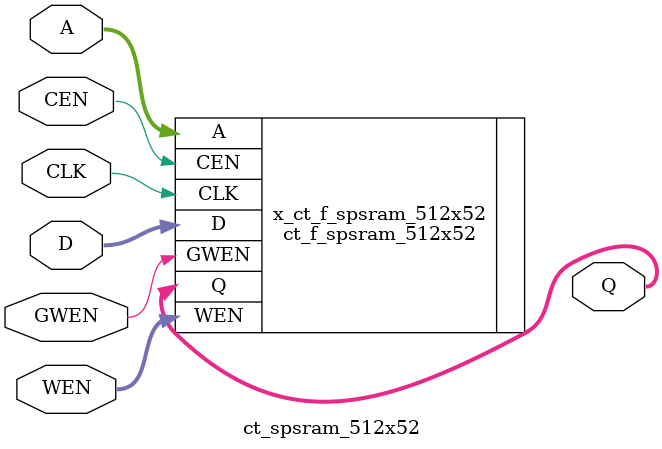
<source format=v>
/*Copyright 2019-2021 T-Head Semiconductor Co., Ltd.

Licensed under the Apache License, Version 2.0 (the "License");
you may not use this file except in compliance with the License.
You may obtain a copy of the License at

    http://www.apache.org/licenses/LICENSE-2.0

Unless required by applicable law or agreed to in writing, software
distributed under the License is distributed on an "AS IS" BASIS,
WITHOUT WARRANTIES OR CONDITIONS OF ANY KIND, either express or implied.
See the License for the specific language governing permissions and
limitations under the License.
*/

// &ModuleBeg; @22
module ct_spsram_512x52(
  A,
  CEN,
  CLK,
  D,
  GWEN,
  Q,
  WEN
);

// &Ports; @23
input   [8 :0]  A;
input           CEN;
input           CLK;
input   [51:0]  D;
input           GWEN;
input   [51:0]  WEN;
output  [51:0]  Q;

// &Regs; @24

// &Wires; @25
wire    [8 :0]  A;
wire            CEN;
wire            CLK;
wire    [51:0]  D;
wire            GWEN;
wire    [51:0]  Q;
wire    [51:0]  WEN;


//**********************************************************
//                  Parameter Definition
//**********************************************************
parameter ADDR_WIDTH = 9;
parameter DATA_WIDTH = 52;
parameter WE_WIDTH   = 52;

// &Force("bus","Q",DATA_WIDTH-1,0); @34
// &Force("bus","WEN",WE_WIDTH-1,0); @35
// &Force("bus","A",ADDR_WIDTH-1,0); @36
// &Force("bus","D",DATA_WIDTH-1,0); @37

  //********************************************************
  //*                        FPGA memory                   *
  //********************************************************
  //{WEN[35:18],WEN[17:0]}
//   &Instance("ct_f_spsram_512x52"); @44
ct_f_spsram_512x52  x_ct_f_spsram_512x52 (
  .A    (A   ),
  .CEN  (CEN ),
  .CLK  (CLK ),
  .D    (D   ),
  .GWEN (GWEN),
  .Q    (Q   ),
  .WEN  (WEN )
);

//   &Instance("ct_tsmc_spsram_512x52"); @50

// &ModuleEnd; @66
endmodule



</source>
